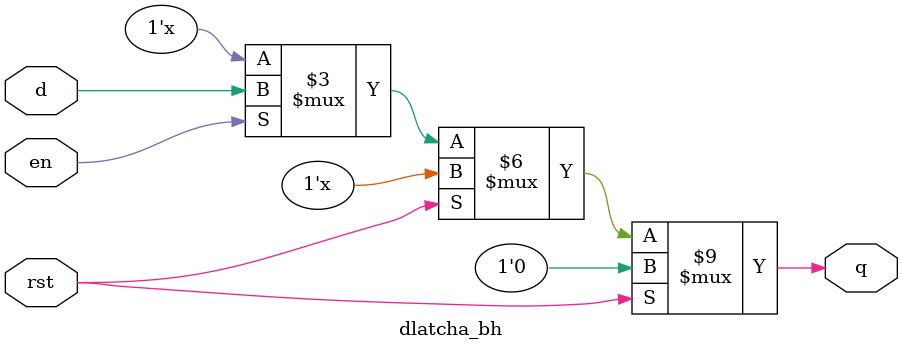
<source format=v>
module dlatcha_bh(q,d,en,rst);
input en,d,rst;
output reg q;

always @(en,q,rst)
    if(rst) 
        q = 1'b0;
    else if(en) 
        q = d;
endmodule
</source>
